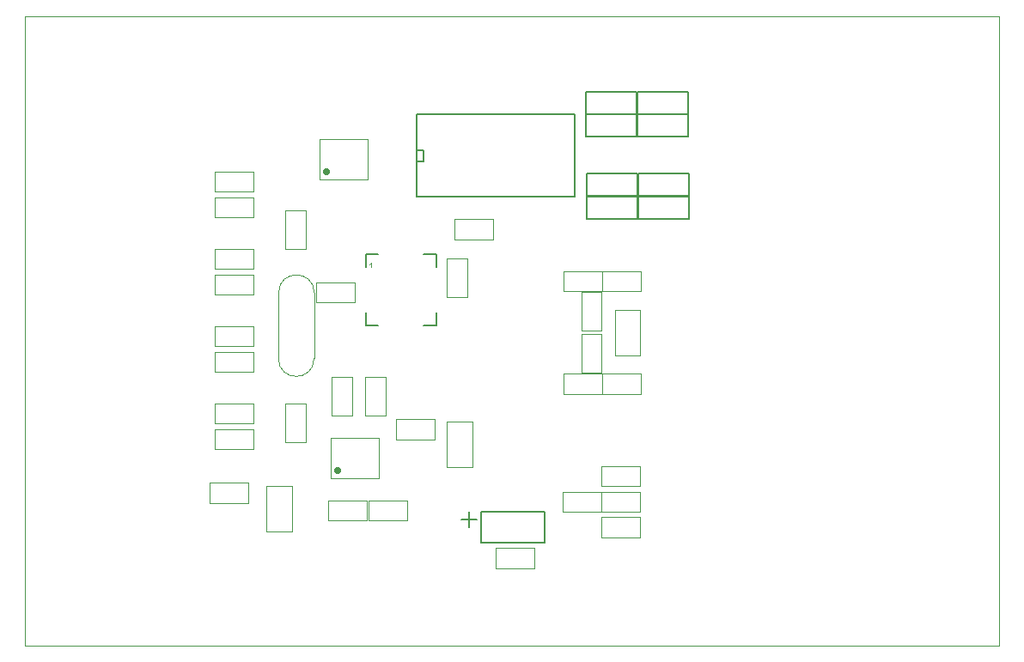
<source format=gbr>
%FSLAX34Y34*%
%MOMM*%
%LNSILK_TOP*%
G71*
G01*
%ADD10C, 0.100*%
%ADD11C, 0.150*%
%ADD12C, 0.700*%
%ADD13C, 0.056*%
%LPD*%
G54D10*
X278112Y179658D02*
X258112Y179658D01*
X258112Y217658D01*
X278112Y217658D01*
X278112Y179658D01*
G54D10*
X1588Y599678D02*
X1588Y-21034D01*
G54D10*
X1588Y-21034D02*
X962025Y-21034D01*
X962025Y599678D01*
X1588Y599678D01*
G54D11*
X605978Y400137D02*
X605978Y422137D01*
X655978Y422137D01*
X655978Y400137D01*
X605978Y400137D01*
G54D11*
X605978Y422362D02*
X605978Y444362D01*
X655978Y444362D01*
X655978Y422362D01*
X605978Y422362D01*
G54D11*
X555178Y400137D02*
X555178Y422137D01*
X605178Y422137D01*
X605178Y400137D01*
X555178Y400137D01*
G54D11*
X555178Y422362D02*
X555178Y444362D01*
X605178Y444362D01*
X605178Y422362D01*
X555178Y422362D01*
G54D11*
X543866Y421819D02*
X387866Y421819D01*
X387866Y502819D01*
X543866Y502819D01*
X543866Y421819D01*
G54D11*
X394466Y456819D02*
X387866Y456819D01*
X387866Y467819D01*
X394466Y467819D01*
X394466Y456819D01*
G54D11*
X605184Y481100D02*
X605184Y503100D01*
X655184Y503100D01*
X655184Y481100D01*
X605184Y481100D01*
G54D11*
X605184Y503325D02*
X605184Y525325D01*
X655184Y525325D01*
X655184Y503325D01*
X605184Y503325D01*
G54D11*
X554384Y481100D02*
X554384Y503100D01*
X604384Y503100D01*
X604384Y481100D01*
X554384Y481100D01*
G54D11*
X554384Y503325D02*
X554384Y525325D01*
X604384Y525325D01*
X604384Y503325D01*
X554384Y503325D01*
G54D10*
X462953Y399856D02*
X462953Y379856D01*
X424953Y379856D01*
X424953Y399856D01*
X462953Y399856D01*
G54D10*
X302862Y144108D02*
X302862Y184108D01*
X350362Y184108D01*
X350362Y144108D01*
X302862Y144108D01*
X309462Y151808D02*
G54D12*
D03*
G54D10*
X357287Y206220D02*
X337287Y206220D01*
X337287Y244220D01*
X357287Y244220D01*
X357287Y206220D01*
G54D10*
X323949Y206220D02*
X303949Y206220D01*
X303949Y244220D01*
X323949Y244220D01*
X323949Y206220D01*
G54D10*
X300562Y102502D02*
X300562Y122502D01*
X338562Y122502D01*
X338562Y102502D01*
X300562Y102502D01*
G54D10*
X378293Y122433D02*
X378293Y102433D01*
X340293Y102433D01*
X340293Y122433D01*
X378293Y122433D01*
G54D11*
X337306Y307631D02*
X337306Y295131D01*
X349806Y295131D01*
G54D11*
X407306Y307631D02*
X407306Y295131D01*
X394806Y295131D01*
G54D11*
X407306Y352631D02*
X407306Y365131D01*
X394806Y365131D01*
G54D11*
X337306Y352631D02*
X337306Y365131D01*
X349806Y365131D01*
G54D13*
X341312Y355281D02*
X342979Y356947D01*
X342979Y352503D01*
G54D10*
G75*
G01X286635Y327185D02*
G03X251711Y327185I-17462J0D01*
G01*
G54D10*
G75*
G01X251544Y262062D02*
G03X286468Y262062I17462J0D01*
G01*
G54D10*
X286522Y327112D02*
X286522Y262421D01*
G54D10*
X251597Y327112D02*
X251597Y262421D01*
G54D10*
X278112Y370158D02*
X258112Y370158D01*
X258112Y408158D01*
X278112Y408158D01*
X278112Y370158D01*
G54D10*
X292008Y438759D02*
X292008Y478759D01*
X339508Y478759D01*
X339508Y438759D01*
X292008Y438759D01*
X298608Y446459D02*
G54D12*
D03*
G54D10*
X607945Y264854D02*
X607945Y309854D01*
X582945Y309854D01*
X582945Y264854D01*
X607945Y264854D01*
G54D10*
X608380Y348255D02*
X608380Y328255D01*
X570380Y328255D01*
X570380Y348255D01*
X608380Y348255D01*
G54D10*
X570380Y348255D02*
X570380Y328255D01*
X532380Y328255D01*
X532380Y348255D01*
X570380Y348255D01*
G54D10*
X570011Y289489D02*
X550012Y289489D01*
X550012Y327489D01*
X570011Y327489D01*
X570011Y289489D01*
G54D10*
X608380Y227180D02*
X608380Y247180D01*
X570380Y247180D01*
X570380Y227180D01*
X608380Y227180D01*
G54D10*
X570380Y227180D02*
X570380Y247180D01*
X532380Y247180D01*
X532380Y227180D01*
X570380Y227180D01*
G54D10*
X570011Y285946D02*
X550012Y285946D01*
X550012Y247946D01*
X570011Y247946D01*
X570011Y285946D01*
G54D10*
X607984Y130768D02*
X607984Y110768D01*
X569984Y110768D01*
X569984Y130768D01*
X607984Y130768D01*
G54D10*
X569984Y130768D02*
X569984Y110768D01*
X531984Y110768D01*
X531984Y130768D01*
X569984Y130768D01*
G54D10*
X569984Y85765D02*
X569984Y105765D01*
X607984Y105765D01*
X607984Y85765D01*
X569984Y85765D01*
G54D10*
X607788Y156272D02*
X607788Y136272D01*
X569788Y136272D01*
X569788Y156272D01*
X607788Y156272D01*
G54D10*
X226594Y192640D02*
X226594Y172640D01*
X188594Y172640D01*
X188594Y192640D01*
X226594Y192640D01*
G54D10*
X188786Y198184D02*
X188786Y218184D01*
X226786Y218184D01*
X226786Y198184D01*
X188786Y198184D01*
G54D10*
X226594Y268840D02*
X226594Y248840D01*
X188594Y248840D01*
X188594Y268840D01*
X226594Y268840D01*
G54D10*
X188786Y274384D02*
X188786Y294384D01*
X226786Y294384D01*
X226786Y274384D01*
X188786Y274384D01*
G54D10*
X226594Y345040D02*
X226594Y325040D01*
X188594Y325040D01*
X188594Y345040D01*
X226594Y345040D01*
G54D10*
X188786Y350584D02*
X188786Y370584D01*
X226786Y370584D01*
X226786Y350584D01*
X188786Y350584D01*
G54D10*
X226594Y421240D02*
X226594Y401240D01*
X188594Y401240D01*
X188594Y421240D01*
X226594Y421240D01*
G54D10*
X188786Y426784D02*
X188786Y446784D01*
X226786Y446784D01*
X226786Y426784D01*
X188786Y426784D01*
G54D10*
X437680Y322834D02*
X417680Y322834D01*
X417680Y360834D01*
X437680Y360834D01*
X437680Y322834D01*
G54D10*
X239491Y136872D02*
X239491Y91872D01*
X264491Y91872D01*
X264491Y136872D01*
X239491Y136872D01*
G54D10*
X221435Y139459D02*
X221435Y119459D01*
X183435Y119459D01*
X183435Y139459D01*
X221435Y139459D01*
G54D10*
X327004Y337500D02*
X327004Y317500D01*
X289004Y317500D01*
X289004Y337500D01*
X327004Y337500D01*
G54D10*
X503613Y75562D02*
X503613Y55562D01*
X465613Y55562D01*
X465613Y75562D01*
X503613Y75562D01*
G54D11*
X450959Y80725D02*
X450959Y110725D01*
X513659Y110725D01*
X513659Y80725D01*
X450959Y80725D01*
G54D11*
X439459Y110925D02*
X439459Y95725D01*
G54D11*
X431859Y103325D02*
X447159Y103325D01*
G54D10*
X417291Y199975D02*
X417291Y154975D01*
X442291Y154975D01*
X442291Y199975D01*
X417291Y199975D01*
G54D10*
X405101Y202475D02*
X405101Y182475D01*
X367101Y182475D01*
X367101Y202475D01*
X405101Y202475D01*
M02*

</source>
